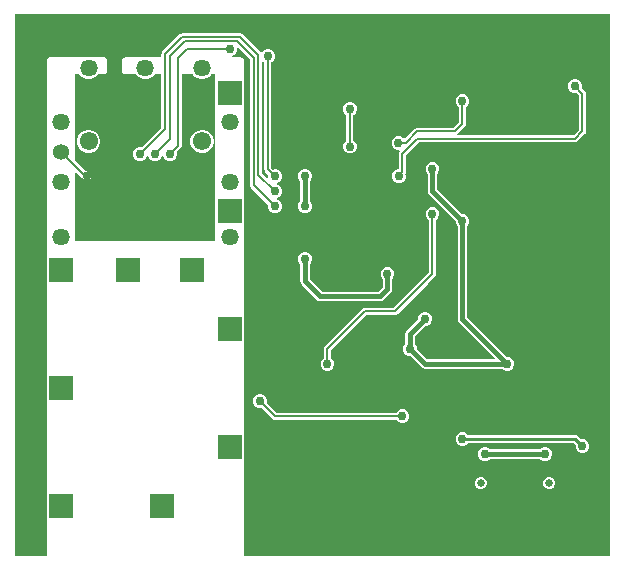
<source format=gbl>
G04*
G04 #@! TF.GenerationSoftware,Altium Limited,Altium Designer,22.2.1 (43)*
G04*
G04 Layer_Physical_Order=2*
G04 Layer_Color=16711680*
%FSLAX25Y25*%
%MOIN*%
G70*
G04*
G04 #@! TF.SameCoordinates,F70C61CB-F540-4537-8945-4C51125ABCB5*
G04*
G04*
G04 #@! TF.FilePolarity,Positive*
G04*
G01*
G75*
%ADD16C,0.01000*%
%ADD33C,0.02559*%
%ADD50C,0.00700*%
%ADD51C,0.01500*%
%ADD52C,0.00800*%
%ADD53C,0.06102*%
%ADD54C,0.05347*%
%ADD55C,0.05740*%
%ADD56R,0.07874X0.07874*%
%ADD57C,0.03000*%
G36*
X83847Y165550D02*
X83978Y165496D01*
Y129850D01*
X84067Y129401D01*
X84321Y129021D01*
X85254Y128088D01*
X85200Y127957D01*
Y127165D01*
X84840Y126947D01*
X84738Y126920D01*
X83080Y128578D01*
Y165610D01*
X83580Y165817D01*
X83847Y165550D01*
D02*
G37*
G36*
X199197Y803D02*
X77095D01*
Y166319D01*
X77033Y166631D01*
X76856Y166896D01*
X76592Y167072D01*
X76279Y167135D01*
X73261D01*
X73162Y167635D01*
X73803Y167900D01*
X74450Y168547D01*
X74800Y169393D01*
Y170308D01*
X74781Y170354D01*
X75205Y170637D01*
X79235Y166606D01*
Y124592D01*
X79325Y124143D01*
X79579Y123763D01*
X85254Y118088D01*
X85200Y117957D01*
Y117043D01*
X85550Y116197D01*
X86197Y115550D01*
X87042Y115200D01*
X87958D01*
X88803Y115550D01*
X89450Y116197D01*
X89800Y117043D01*
Y117957D01*
X89450Y118803D01*
X88803Y119450D01*
X88107Y119738D01*
Y120262D01*
X88803Y120550D01*
X89450Y121197D01*
X89800Y122043D01*
Y122958D01*
X89450Y123803D01*
X88803Y124450D01*
X88107Y124738D01*
Y125262D01*
X88803Y125550D01*
X89450Y126197D01*
X89800Y127042D01*
Y127957D01*
X89450Y128803D01*
X88803Y129450D01*
X87958Y129800D01*
X87042D01*
X86912Y129746D01*
X86322Y130336D01*
Y165496D01*
X86453Y165550D01*
X87100Y166197D01*
X87450Y167043D01*
Y167957D01*
X87100Y168803D01*
X86453Y169450D01*
X85607Y169800D01*
X84693D01*
X83847Y169450D01*
X83330Y168933D01*
X82776Y168911D01*
X82737Y168921D01*
X76829Y174829D01*
X76449Y175083D01*
X76000Y175172D01*
X56500D01*
X56051Y175083D01*
X55671Y174829D01*
X49947Y169105D01*
X49693Y168725D01*
X49604Y168276D01*
Y167135D01*
X45142D01*
X44774Y167233D01*
X43808D01*
X43440Y167135D01*
X37421D01*
X37109Y167072D01*
X36845Y166896D01*
X36668Y166631D01*
X36606Y166319D01*
Y162382D01*
X36668Y162070D01*
X36845Y161805D01*
X37109Y161628D01*
X37421Y161566D01*
X41206D01*
X41355Y161310D01*
X42038Y160626D01*
X42875Y160143D01*
X43808Y159893D01*
X44774D01*
X45708Y160143D01*
X46545Y160626D01*
X47228Y161310D01*
X47376Y161566D01*
X49604D01*
Y143762D01*
X43088Y137246D01*
X42957Y137300D01*
X42042D01*
X41197Y136950D01*
X40550Y136303D01*
X40200Y135458D01*
Y134543D01*
X40550Y133697D01*
X41197Y133050D01*
X42042Y132700D01*
X42957D01*
X43803Y133050D01*
X44450Y133697D01*
X44738Y134393D01*
X45262D01*
X45550Y133697D01*
X46197Y133050D01*
X47043Y132700D01*
X47958D01*
X48803Y133050D01*
X49450Y133697D01*
X49738Y134393D01*
X50262D01*
X50550Y133697D01*
X51197Y133050D01*
X52043Y132700D01*
X52957D01*
X53803Y133050D01*
X54450Y133697D01*
X54800Y134543D01*
Y135458D01*
X54746Y135588D01*
X55998Y136840D01*
X56252Y137220D01*
X56341Y137669D01*
Y161566D01*
X60104D01*
X60252Y161310D01*
X60935Y160626D01*
X61772Y160143D01*
X62706Y159893D01*
X63672D01*
X64606Y160143D01*
X65443Y160626D01*
X66126Y161310D01*
X66274Y161566D01*
X67590D01*
Y106111D01*
X20993D01*
Y128546D01*
X21455Y128737D01*
X23081Y127111D01*
X23462Y126857D01*
X23910Y126768D01*
X24074D01*
X24171Y126671D01*
X24551Y126417D01*
X25000Y126328D01*
X25449Y126417D01*
X25829Y126671D01*
X26083Y127051D01*
X26173Y127500D01*
X26083Y127949D01*
X25829Y128329D01*
X25389Y128769D01*
X25009Y129023D01*
X24560Y129113D01*
X24396D01*
X20993Y132516D01*
Y161566D01*
X22309D01*
X22457Y161310D01*
X23140Y160626D01*
X23977Y160143D01*
X24911Y159893D01*
X25877D01*
X26810Y160143D01*
X27647Y160626D01*
X28330Y161310D01*
X28479Y161566D01*
X30728D01*
X31040Y161628D01*
X31305Y161805D01*
X31482Y162070D01*
X31544Y162382D01*
Y166319D01*
X31482Y166631D01*
X31305Y166896D01*
X31040Y167072D01*
X30728Y167135D01*
X26245D01*
X25877Y167233D01*
X24911D01*
X24543Y167135D01*
X12303D01*
X11991Y167072D01*
X11726Y166896D01*
X11550Y166631D01*
X11488Y166319D01*
Y803D01*
X803D01*
Y181697D01*
X199197D01*
Y803D01*
D02*
G37*
%LPC*%
G36*
X187958Y159800D02*
X187042D01*
X186197Y159450D01*
X185550Y158803D01*
X185200Y157957D01*
Y157043D01*
X185550Y156197D01*
X186197Y155550D01*
X187042Y155200D01*
X187958D01*
X188088Y155254D01*
X188828Y154514D01*
Y142986D01*
X187014Y141173D01*
X148483D01*
X148331Y141665D01*
X148331Y141673D01*
X150829Y144171D01*
X151083Y144551D01*
X151172Y145000D01*
Y150496D01*
X151303Y150550D01*
X151950Y151197D01*
X152300Y152042D01*
Y152957D01*
X151950Y153803D01*
X151303Y154450D01*
X150458Y154800D01*
X149542D01*
X148697Y154450D01*
X148050Y153803D01*
X147700Y152957D01*
Y152042D01*
X148050Y151197D01*
X148697Y150550D01*
X148828Y150496D01*
Y145486D01*
X147014Y143673D01*
X135000D01*
X134551Y143583D01*
X134171Y143329D01*
X130978Y140136D01*
X130291Y140157D01*
X129948Y140500D01*
X129103Y140850D01*
X128188D01*
X127342Y140500D01*
X126696Y139853D01*
X126345Y139008D01*
Y138093D01*
X126696Y137247D01*
X127342Y136600D01*
X128188Y136250D01*
X128885D01*
X129043Y136018D01*
X129124Y135759D01*
X128917Y135449D01*
X128828Y135000D01*
Y129800D01*
X128358D01*
X127513Y129450D01*
X126866Y128803D01*
X126516Y127957D01*
Y127042D01*
X126866Y126197D01*
X127513Y125550D01*
X128358Y125200D01*
X129273D01*
X130119Y125550D01*
X130766Y126197D01*
X131116Y127042D01*
Y127957D01*
X130936Y128391D01*
X131083Y128611D01*
X131173Y129060D01*
Y134514D01*
X135486Y138828D01*
X187500D01*
X187949Y138917D01*
X188329Y139171D01*
X190829Y141671D01*
X191083Y142051D01*
X191173Y142500D01*
Y155000D01*
X191083Y155449D01*
X190829Y155829D01*
X189746Y156912D01*
X189800Y157043D01*
Y157957D01*
X189450Y158803D01*
X188803Y159450D01*
X187958Y159800D01*
D02*
G37*
G36*
X63696Y143005D02*
X62682D01*
X61703Y142742D01*
X60824Y142235D01*
X60107Y141518D01*
X59600Y140640D01*
X59338Y139661D01*
Y138646D01*
X59600Y137667D01*
X60107Y136789D01*
X60824Y136072D01*
X61703Y135565D01*
X62682Y135302D01*
X63696D01*
X64675Y135565D01*
X65554Y136072D01*
X66271Y136789D01*
X66778Y137667D01*
X67040Y138646D01*
Y139661D01*
X66778Y140640D01*
X66271Y141518D01*
X65554Y142235D01*
X64675Y142742D01*
X63696Y143005D01*
D02*
G37*
G36*
X25901D02*
X24887D01*
X23907Y142742D01*
X23029Y142235D01*
X22312Y141518D01*
X21805Y140640D01*
X21542Y139661D01*
Y138646D01*
X21805Y137667D01*
X22312Y136789D01*
X23029Y136072D01*
X23907Y135565D01*
X24887Y135302D01*
X25901D01*
X26880Y135565D01*
X27758Y136072D01*
X28475Y136789D01*
X28982Y137667D01*
X29245Y138646D01*
Y139661D01*
X28982Y140640D01*
X28475Y141518D01*
X27758Y142235D01*
X26880Y142742D01*
X25901Y143005D01*
D02*
G37*
G36*
X112958Y152300D02*
X112042D01*
X111197Y151950D01*
X110550Y151303D01*
X110200Y150458D01*
Y149542D01*
X110550Y148697D01*
X111197Y148050D01*
X111328Y147996D01*
Y139468D01*
X111135Y139388D01*
X110488Y138741D01*
X110138Y137895D01*
Y136980D01*
X110488Y136135D01*
X111135Y135488D01*
X111980Y135138D01*
X112895D01*
X113741Y135488D01*
X114388Y136135D01*
X114738Y136980D01*
Y137895D01*
X114388Y138741D01*
X113741Y139388D01*
X113672Y139416D01*
Y147996D01*
X113803Y148050D01*
X114450Y148697D01*
X114800Y149542D01*
Y150458D01*
X114450Y151303D01*
X113803Y151950D01*
X112958Y152300D01*
D02*
G37*
G36*
X97957Y129950D02*
X97043D01*
X96197Y129600D01*
X95550Y128953D01*
X95200Y128108D01*
Y127192D01*
X95550Y126347D01*
X95920Y125978D01*
Y119172D01*
X95550Y118803D01*
X95200Y117957D01*
Y117043D01*
X95550Y116197D01*
X96197Y115550D01*
X97043Y115200D01*
X97957D01*
X98803Y115550D01*
X99450Y116197D01*
X99800Y117043D01*
Y117957D01*
X99450Y118803D01*
X99080Y119172D01*
Y125978D01*
X99450Y126347D01*
X99800Y127192D01*
Y128108D01*
X99450Y128953D01*
X98803Y129600D01*
X97957Y129950D01*
D02*
G37*
G36*
Y102300D02*
X97043D01*
X96197Y101950D01*
X95550Y101303D01*
X95200Y100458D01*
Y99542D01*
X95550Y98697D01*
X95920Y98328D01*
Y92500D01*
X96040Y91895D01*
X96382Y91382D01*
X101383Y86383D01*
X101895Y86040D01*
X102500Y85920D01*
X122500D01*
X123105Y86040D01*
X123617Y86383D01*
X126118Y88882D01*
X126460Y89395D01*
X126580Y90000D01*
Y93328D01*
X126950Y93697D01*
X127300Y94542D01*
Y95458D01*
X126950Y96303D01*
X126303Y96950D01*
X125458Y97300D01*
X124542D01*
X123697Y96950D01*
X123050Y96303D01*
X122700Y95458D01*
Y94542D01*
X123050Y93697D01*
X123420Y93328D01*
Y90655D01*
X121845Y89080D01*
X103155D01*
X99080Y93155D01*
Y98328D01*
X99450Y98697D01*
X99800Y99542D01*
Y100458D01*
X99450Y101303D01*
X98803Y101950D01*
X97957Y102300D01*
D02*
G37*
G36*
X140457Y132300D02*
X139542D01*
X138697Y131950D01*
X138050Y131303D01*
X137700Y130457D01*
Y129543D01*
X138050Y128697D01*
X138420Y128328D01*
Y122500D01*
X138540Y121895D01*
X138883Y121382D01*
X147700Y112565D01*
Y112042D01*
X148050Y111197D01*
X148420Y110828D01*
Y80000D01*
X148540Y79395D01*
X148882Y78882D01*
X160723Y67042D01*
X160531Y66580D01*
X138155D01*
X134800Y69935D01*
Y70458D01*
X134450Y71303D01*
X134080Y71672D01*
Y74345D01*
X137435Y77700D01*
X137958D01*
X138803Y78050D01*
X139450Y78697D01*
X139800Y79542D01*
Y80458D01*
X139450Y81303D01*
X138803Y81950D01*
X137958Y82300D01*
X137042D01*
X136197Y81950D01*
X135550Y81303D01*
X135200Y80458D01*
Y79935D01*
X131383Y76117D01*
X131040Y75605D01*
X130920Y75000D01*
Y71672D01*
X130550Y71303D01*
X130200Y70458D01*
Y69542D01*
X130550Y68697D01*
X131197Y68050D01*
X132043Y67700D01*
X132565D01*
X136382Y63882D01*
X136895Y63540D01*
X137500Y63420D01*
X163328D01*
X163697Y63050D01*
X164542Y62700D01*
X165457D01*
X166303Y63050D01*
X166950Y63697D01*
X167300Y64543D01*
Y65457D01*
X166950Y66303D01*
X166303Y66950D01*
X165457Y67300D01*
X164935D01*
X151580Y80655D01*
Y110828D01*
X151950Y111197D01*
X152300Y112042D01*
Y112958D01*
X151950Y113803D01*
X151303Y114450D01*
X150458Y114800D01*
X149935D01*
X141580Y123155D01*
Y128328D01*
X141950Y128697D01*
X142300Y129543D01*
Y130457D01*
X141950Y131303D01*
X141303Y131950D01*
X140457Y132300D01*
D02*
G37*
G36*
Y117300D02*
X139542D01*
X138697Y116950D01*
X138050Y116303D01*
X137700Y115457D01*
Y114542D01*
X138050Y113697D01*
X138697Y113050D01*
X138828Y112996D01*
Y95486D01*
X136852Y93510D01*
X136635Y93365D01*
X126993Y83723D01*
X117500D01*
X117032Y83630D01*
X116635Y83365D01*
X104135Y70865D01*
X103870Y70468D01*
X103777Y70000D01*
X103828Y69744D01*
Y67004D01*
X103697Y66950D01*
X103050Y66303D01*
X102700Y65457D01*
Y64543D01*
X103050Y63697D01*
X103697Y63050D01*
X104543Y62700D01*
X105457D01*
X106303Y63050D01*
X106950Y63697D01*
X107300Y64543D01*
Y65457D01*
X106950Y66303D01*
X106303Y66950D01*
X106173Y67004D01*
Y69442D01*
X118007Y81277D01*
X127500D01*
X127968Y81370D01*
X128365Y81635D01*
X138365Y91635D01*
X138510Y91852D01*
X140829Y94171D01*
X141083Y94551D01*
X141173Y95000D01*
Y112996D01*
X141303Y113050D01*
X141950Y113697D01*
X142300Y114542D01*
Y115457D01*
X141950Y116303D01*
X141303Y116950D01*
X140457Y117300D01*
D02*
G37*
G36*
X82958Y54800D02*
X82042D01*
X81197Y54450D01*
X80550Y53803D01*
X80200Y52957D01*
Y52043D01*
X80550Y51197D01*
X81197Y50550D01*
X82042Y50200D01*
X82958D01*
X83088Y50254D01*
X86671Y46671D01*
X87051Y46417D01*
X87500Y46327D01*
X127996D01*
X128050Y46197D01*
X128697Y45550D01*
X129543Y45200D01*
X130457D01*
X131303Y45550D01*
X131950Y46197D01*
X132300Y47043D01*
Y47958D01*
X131950Y48803D01*
X131303Y49450D01*
X130457Y49800D01*
X129543D01*
X128697Y49450D01*
X128050Y48803D01*
X127996Y48673D01*
X87986D01*
X84746Y51912D01*
X84800Y52043D01*
Y52957D01*
X84450Y53803D01*
X83803Y54450D01*
X82958Y54800D01*
D02*
G37*
G36*
X177957Y37300D02*
X177042D01*
X176197Y36950D01*
X175828Y36580D01*
X159172D01*
X158803Y36950D01*
X157957Y37300D01*
X157043D01*
X156197Y36950D01*
X155550Y36303D01*
X155200Y35458D01*
Y34543D01*
X155550Y33697D01*
X156197Y33050D01*
X157043Y32700D01*
X157957D01*
X158803Y33050D01*
X159172Y33420D01*
X175828D01*
X176197Y33050D01*
X177042Y32700D01*
X177957D01*
X178803Y33050D01*
X179450Y33697D01*
X179800Y34543D01*
Y35458D01*
X179450Y36303D01*
X178803Y36950D01*
X177957Y37300D01*
D02*
G37*
G36*
X150458Y42300D02*
X149542D01*
X148697Y41950D01*
X148050Y41303D01*
X147700Y40457D01*
Y39542D01*
X148050Y38697D01*
X148697Y38050D01*
X149542Y37700D01*
X150458D01*
X151303Y38050D01*
X151927Y38675D01*
X186951D01*
X187700Y37925D01*
Y37042D01*
X188050Y36197D01*
X188697Y35550D01*
X189542Y35200D01*
X190457D01*
X191303Y35550D01*
X191950Y36197D01*
X192300Y37042D01*
Y37958D01*
X191950Y38803D01*
X191303Y39450D01*
X190457Y39800D01*
X189575D01*
X188437Y40937D01*
X188007Y41225D01*
X187500Y41326D01*
X151927D01*
X151303Y41950D01*
X150458Y42300D01*
D02*
G37*
G36*
X179292Y27335D02*
X178464D01*
X177700Y27019D01*
X177115Y26434D01*
X176798Y25670D01*
Y24842D01*
X177115Y24078D01*
X177700Y23493D01*
X178464Y23176D01*
X179292D01*
X180056Y23493D01*
X180641Y24078D01*
X180957Y24842D01*
Y25670D01*
X180641Y26434D01*
X180056Y27019D01*
X179292Y27335D01*
D02*
G37*
G36*
X156536D02*
X155708D01*
X154944Y27019D01*
X154359Y26434D01*
X154042Y25670D01*
Y24842D01*
X154359Y24078D01*
X154944Y23493D01*
X155708Y23176D01*
X156536D01*
X157300Y23493D01*
X157885Y24078D01*
X158202Y24842D01*
Y25670D01*
X157885Y26434D01*
X157300Y27019D01*
X156536Y27335D01*
D02*
G37*
%LPD*%
D16*
X150008Y40000D02*
X187500D01*
X190000Y37500D01*
D33*
X156122Y25256D02*
D03*
X178878D02*
D03*
D50*
X24560Y127940D02*
X25000Y127500D01*
X23910Y127940D02*
X24560D01*
X16240Y135610D02*
X23910Y127940D01*
X131082Y138583D02*
X135000Y142500D01*
X128645Y138550D02*
X128678Y138583D01*
X131082D01*
X130000Y135000D02*
X135000Y140000D01*
X130000Y129060D02*
Y135000D01*
X128816Y127500D02*
Y127876D01*
X130000Y129060D01*
X112500Y137500D02*
Y150000D01*
X112438Y137438D02*
X112500Y137500D01*
X190000Y142500D02*
Y155000D01*
X187500Y157500D02*
X190000Y155000D01*
X135000Y142500D02*
X147500D01*
X150000Y145000D01*
Y152500D01*
X135000Y140000D02*
X187500D01*
X190000Y142500D01*
X140000Y95000D02*
Y115000D01*
X137500Y92500D02*
X140000Y95000D01*
X87500Y47500D02*
X130000D01*
X82500Y52500D02*
X87500Y47500D01*
X105000Y65000D02*
Y70000D01*
X85150Y129850D02*
X87500Y127500D01*
X52500Y140000D02*
Y167500D01*
X57500Y172500D01*
X55169Y166795D02*
X58224Y169850D01*
X47500Y135000D02*
X52500Y140000D01*
X55169Y137669D02*
Y166795D01*
X52500Y135000D02*
X55169Y137669D01*
X58224Y169850D02*
X72500D01*
X57500Y172500D02*
X75000D01*
X56500Y174000D02*
X76000D01*
X80408Y124592D02*
Y167092D01*
X75000Y172500D02*
X80408Y167092D01*
X50776Y168276D02*
X56500Y174000D01*
X76000D02*
X81908Y168092D01*
X80408Y124592D02*
X87500Y117500D01*
X50776Y143276D02*
Y168276D01*
X42500Y135000D02*
X50776Y143276D01*
X81908Y128092D02*
Y168092D01*
Y128092D02*
X87500Y122500D01*
X85150Y129850D02*
Y167500D01*
X85000D02*
X85150D01*
D51*
X140000Y122500D02*
X150000Y112500D01*
X140000Y122500D02*
Y130000D01*
X122500Y87500D02*
X125000Y90000D01*
Y95000D01*
X102500Y87500D02*
X122500D01*
X97500Y92500D02*
Y100000D01*
Y92500D02*
X102500Y87500D01*
X132500Y70000D02*
Y75000D01*
X137500Y80000D01*
X132500Y70000D02*
X137500Y65000D01*
X150000Y80000D02*
X165000Y65000D01*
X150000Y80000D02*
Y112500D01*
X137500Y65000D02*
X165000D01*
X157500Y35000D02*
X177500D01*
X97500Y117500D02*
Y127650D01*
D52*
X117500Y82500D02*
X127500D01*
X137500Y92500D01*
X105000Y70000D02*
X117500Y82500D01*
D53*
X63189Y139154D02*
D03*
X25394D02*
D03*
D54*
X16240Y135610D02*
D03*
D55*
Y145453D02*
D03*
Y125768D02*
D03*
Y107264D02*
D03*
X25394Y163563D02*
D03*
X44291D02*
D03*
X63189D02*
D03*
X72342Y145453D02*
D03*
Y125768D02*
D03*
Y107264D02*
D03*
D56*
X16240Y96240D02*
D03*
Y56870D02*
D03*
Y17500D02*
D03*
X38583Y96240D02*
D03*
X50000Y17500D02*
D03*
X59842Y96240D02*
D03*
X72342Y37185D02*
D03*
Y76555D02*
D03*
Y115925D02*
D03*
Y155295D02*
D03*
D57*
X25000Y127500D02*
D03*
X128645Y138550D02*
D03*
X128816Y127500D02*
D03*
X112438Y137438D02*
D03*
X150000Y112500D02*
D03*
X112500Y170000D02*
D03*
X122500Y125000D02*
D03*
X117500Y132500D02*
D03*
X120000Y95000D02*
D03*
X132500Y70000D02*
D03*
X107500Y95000D02*
D03*
X150000Y127500D02*
D03*
X140000Y130000D02*
D03*
X155000Y135000D02*
D03*
X187500Y157500D02*
D03*
X150000Y152500D02*
D03*
X135000Y167500D02*
D03*
X107500Y162500D02*
D03*
X112500Y150000D02*
D03*
X165000Y65000D02*
D03*
X177500Y35000D02*
D03*
X190000Y37500D02*
D03*
X157500Y35000D02*
D03*
X185000D02*
D03*
X150000Y40000D02*
D03*
X167500Y47500D02*
D03*
X150000Y52500D02*
D03*
Y45000D02*
D03*
X140000Y115000D02*
D03*
X125000Y95000D02*
D03*
X137500Y80000D02*
D03*
X130000Y47500D02*
D03*
X82500Y52500D02*
D03*
X105000Y65000D02*
D03*
X87500Y127500D02*
D03*
X97500Y117500D02*
D03*
Y127650D02*
D03*
X52500Y135000D02*
D03*
X72500Y169850D02*
D03*
X47500Y135000D02*
D03*
X87500Y117500D02*
D03*
X42500Y135000D02*
D03*
X87500Y122500D02*
D03*
X85150Y167500D02*
D03*
X97500Y100000D02*
D03*
M02*

</source>
